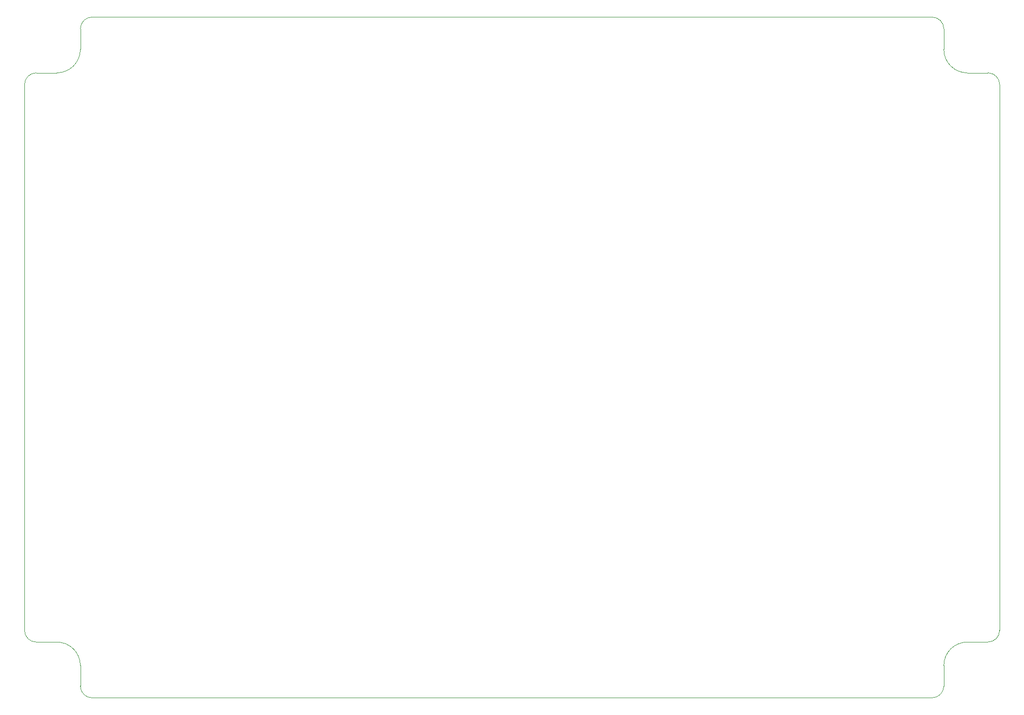
<source format=gbr>
%TF.GenerationSoftware,KiCad,Pcbnew,(6.0.1)*%
%TF.CreationDate,2022-06-19T08:49:54+09:00*%
%TF.ProjectId,yuiop32dm-main,7975696f-7033-4326-946d-2d6d61696e2e,1*%
%TF.SameCoordinates,Original*%
%TF.FileFunction,Profile,NP*%
%FSLAX46Y46*%
G04 Gerber Fmt 4.6, Leading zero omitted, Abs format (unit mm)*
G04 Created by KiCad (PCBNEW (6.0.1)) date 2022-06-19 08:49:54*
%MOMM*%
%LPD*%
G01*
G04 APERTURE LIST*
%TA.AperFunction,Profile*%
%ADD10C,0.050000*%
%TD*%
G04 APERTURE END LIST*
D10*
X231000000Y-41500000D02*
X227500000Y-41500000D01*
X233000000Y-43500000D02*
G75*
G03*
X231000000Y-41500000I-1999999J1D01*
G01*
X76500000Y-146000000D02*
G75*
G03*
X78500000Y-148000000I1999999J-1D01*
G01*
X227500000Y-138500000D02*
X231000000Y-138500000D01*
X231000000Y-138500000D02*
G75*
G03*
X233000000Y-136500000I1J1999999D01*
G01*
X78500000Y-148000000D02*
X221500000Y-148000000D01*
X72500000Y-41500000D02*
G75*
G03*
X76500000Y-37500000I0J4000000D01*
G01*
X227500000Y-138500000D02*
G75*
G03*
X223500000Y-142500000I0J-4000000D01*
G01*
X69000000Y-41500000D02*
G75*
G03*
X67000000Y-43500000I-1J-1999999D01*
G01*
X78500000Y-32000000D02*
G75*
G03*
X76500000Y-34000000I-1J-1999999D01*
G01*
X221500000Y-32000000D02*
X78500000Y-32000000D01*
X221500000Y-148000000D02*
G75*
G03*
X223500000Y-146000000I1J1999999D01*
G01*
X72500000Y-41500000D02*
X69000000Y-41500000D01*
X223500000Y-34000000D02*
G75*
G03*
X221500000Y-32000000I-1999999J1D01*
G01*
X223500000Y-37500000D02*
G75*
G03*
X227500000Y-41500000I4000000J0D01*
G01*
X69000000Y-138500000D02*
X72500000Y-138500000D01*
X76500000Y-142500000D02*
X76500000Y-146000000D01*
X233000000Y-136500000D02*
X233000000Y-43500000D01*
X223500000Y-146000000D02*
X223500000Y-142500000D01*
X76500000Y-142500000D02*
G75*
G03*
X72500000Y-138500000I-4000000J0D01*
G01*
X67000000Y-43500000D02*
X67000000Y-136500000D01*
X67000000Y-136500000D02*
G75*
G03*
X69000000Y-138500000I1999999J-1D01*
G01*
X76500000Y-34000000D02*
X76500000Y-37500000D01*
X223500000Y-37500000D02*
X223500000Y-34000000D01*
M02*

</source>
